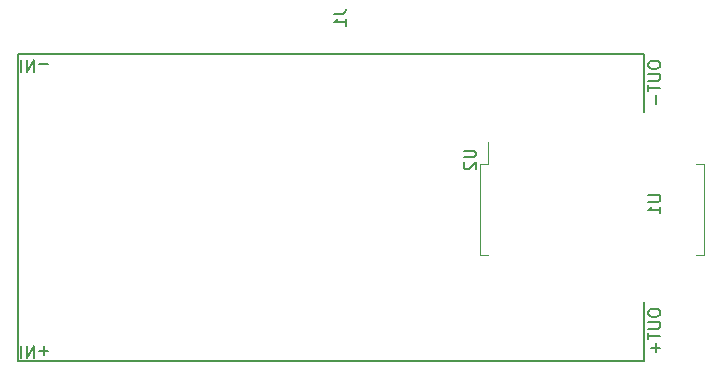
<source format=gbr>
%TF.GenerationSoftware,KiCad,Pcbnew,(6.0.6-0)*%
%TF.CreationDate,2022-07-18T23:30:02+08:00*%
%TF.ProjectId,VFD,5646442e-6b69-4636-9164-5f7063625858,rev?*%
%TF.SameCoordinates,Original*%
%TF.FileFunction,Legend,Bot*%
%TF.FilePolarity,Positive*%
%FSLAX46Y46*%
G04 Gerber Fmt 4.6, Leading zero omitted, Abs format (unit mm)*
G04 Created by KiCad (PCBNEW (6.0.6-0)) date 2022-07-18 23:30:02*
%MOMM*%
%LPD*%
G01*
G04 APERTURE LIST*
%ADD10C,0.150000*%
%ADD11C,0.120000*%
G04 APERTURE END LIST*
D10*
%TO.C,J1*%
X131847380Y-70406666D02*
X132561666Y-70406666D01*
X132704523Y-70359047D01*
X132799761Y-70263809D01*
X132847380Y-70120952D01*
X132847380Y-70025714D01*
X132847380Y-71406666D02*
X132847380Y-70835238D01*
X132847380Y-71120952D02*
X131847380Y-71120952D01*
X131990238Y-71025714D01*
X132085476Y-70930476D01*
X132133095Y-70835238D01*
%TO.C,U2*%
X142822380Y-81988095D02*
X143631904Y-81988095D01*
X143727142Y-82035714D01*
X143774761Y-82083333D01*
X143822380Y-82178571D01*
X143822380Y-82369047D01*
X143774761Y-82464285D01*
X143727142Y-82511904D01*
X143631904Y-82559523D01*
X142822380Y-82559523D01*
X142917619Y-82988095D02*
X142870000Y-83035714D01*
X142822380Y-83130952D01*
X142822380Y-83369047D01*
X142870000Y-83464285D01*
X142917619Y-83511904D01*
X143012857Y-83559523D01*
X143108095Y-83559523D01*
X143250952Y-83511904D01*
X143822380Y-82940476D01*
X143822380Y-83559523D01*
%TO.C,U1*%
X158452380Y-85738095D02*
X159261904Y-85738095D01*
X159357142Y-85785714D01*
X159404761Y-85833333D01*
X159452380Y-85928571D01*
X159452380Y-86119047D01*
X159404761Y-86214285D01*
X159357142Y-86261904D01*
X159261904Y-86309523D01*
X158452380Y-86309523D01*
X159452380Y-87309523D02*
X159452380Y-86738095D01*
X159452380Y-87023809D02*
X158452380Y-87023809D01*
X158595238Y-86928571D01*
X158690476Y-86833333D01*
X158738095Y-86738095D01*
X158452380Y-74630952D02*
X158452380Y-74821428D01*
X158500000Y-74916666D01*
X158595238Y-75011904D01*
X158785714Y-75059523D01*
X159119047Y-75059523D01*
X159309523Y-75011904D01*
X159404761Y-74916666D01*
X159452380Y-74821428D01*
X159452380Y-74630952D01*
X159404761Y-74535714D01*
X159309523Y-74440476D01*
X159119047Y-74392857D01*
X158785714Y-74392857D01*
X158595238Y-74440476D01*
X158500000Y-74535714D01*
X158452380Y-74630952D01*
X158452380Y-75488095D02*
X159261904Y-75488095D01*
X159357142Y-75535714D01*
X159404761Y-75583333D01*
X159452380Y-75678571D01*
X159452380Y-75869047D01*
X159404761Y-75964285D01*
X159357142Y-76011904D01*
X159261904Y-76059523D01*
X158452380Y-76059523D01*
X158452380Y-76392857D02*
X158452380Y-76964285D01*
X159452380Y-76678571D02*
X158452380Y-76678571D01*
X159071428Y-77297619D02*
X159071428Y-78059523D01*
X105357142Y-74297619D02*
X105357142Y-75297619D01*
X105833333Y-74297619D02*
X105833333Y-75297619D01*
X106404761Y-74297619D01*
X106404761Y-75297619D01*
X106880952Y-74678571D02*
X107642857Y-74678571D01*
X105357142Y-98547619D02*
X105357142Y-99547619D01*
X105833333Y-98547619D02*
X105833333Y-99547619D01*
X106404761Y-98547619D01*
X106404761Y-99547619D01*
X106880952Y-98928571D02*
X107642857Y-98928571D01*
X107261904Y-98547619D02*
X107261904Y-99309523D01*
X158452380Y-95630952D02*
X158452380Y-95821428D01*
X158500000Y-95916666D01*
X158595238Y-96011904D01*
X158785714Y-96059523D01*
X159119047Y-96059523D01*
X159309523Y-96011904D01*
X159404761Y-95916666D01*
X159452380Y-95821428D01*
X159452380Y-95630952D01*
X159404761Y-95535714D01*
X159309523Y-95440476D01*
X159119047Y-95392857D01*
X158785714Y-95392857D01*
X158595238Y-95440476D01*
X158500000Y-95535714D01*
X158452380Y-95630952D01*
X158452380Y-96488095D02*
X159261904Y-96488095D01*
X159357142Y-96535714D01*
X159404761Y-96583333D01*
X159452380Y-96678571D01*
X159452380Y-96869047D01*
X159404761Y-96964285D01*
X159357142Y-97011904D01*
X159261904Y-97059523D01*
X158452380Y-97059523D01*
X158452380Y-97392857D02*
X158452380Y-97964285D01*
X159452380Y-97678571D02*
X158452380Y-97678571D01*
X159071428Y-98297619D02*
X159071428Y-99059523D01*
X159452380Y-98678571D02*
X158690476Y-98678571D01*
D11*
%TO.C,U2*%
X163130000Y-83140000D02*
X162485000Y-83140000D01*
X144210000Y-87000000D02*
X144210000Y-90860000D01*
X144210000Y-83140000D02*
X144855000Y-83140000D01*
X144855000Y-83140000D02*
X144855000Y-81300000D01*
X163130000Y-87000000D02*
X163130000Y-83140000D01*
X144210000Y-87000000D02*
X144210000Y-83140000D01*
X144210000Y-90860000D02*
X144855000Y-90860000D01*
X163130000Y-87000000D02*
X163130000Y-90860000D01*
X163130000Y-90860000D02*
X162485000Y-90860000D01*
D10*
%TO.C,U1*%
X105087500Y-73825000D02*
X105087500Y-99825000D01*
X158087500Y-99825000D02*
X158087500Y-94825000D01*
X158087500Y-78725000D02*
X158087500Y-73825000D01*
X105087500Y-73825000D02*
X158087500Y-73825000D01*
X158087500Y-94825000D02*
X158087500Y-94825000D01*
X158087500Y-99825000D02*
X105087500Y-99825000D01*
%TD*%
M02*

</source>
